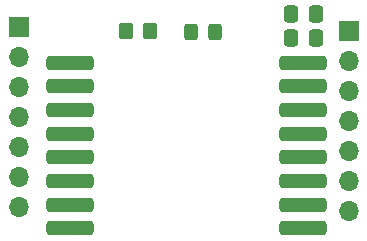
<source format=gbr>
%TF.GenerationSoftware,KiCad,Pcbnew,6.0.5-a6ca702e91~116~ubuntu20.04.1*%
%TF.CreationDate,2022-05-08T08:16:30-05:00*%
%TF.ProjectId,RFM69HW_Shield_v001,52464d36-3948-4575-9f53-6869656c645f,rev?*%
%TF.SameCoordinates,Original*%
%TF.FileFunction,Soldermask,Top*%
%TF.FilePolarity,Negative*%
%FSLAX46Y46*%
G04 Gerber Fmt 4.6, Leading zero omitted, Abs format (unit mm)*
G04 Created by KiCad (PCBNEW 6.0.5-a6ca702e91~116~ubuntu20.04.1) date 2022-05-08 08:16:30*
%MOMM*%
%LPD*%
G01*
G04 APERTURE LIST*
G04 Aperture macros list*
%AMRoundRect*
0 Rectangle with rounded corners*
0 $1 Rounding radius*
0 $2 $3 $4 $5 $6 $7 $8 $9 X,Y pos of 4 corners*
0 Add a 4 corners polygon primitive as box body*
4,1,4,$2,$3,$4,$5,$6,$7,$8,$9,$2,$3,0*
0 Add four circle primitives for the rounded corners*
1,1,$1+$1,$2,$3*
1,1,$1+$1,$4,$5*
1,1,$1+$1,$6,$7*
1,1,$1+$1,$8,$9*
0 Add four rect primitives between the rounded corners*
20,1,$1+$1,$2,$3,$4,$5,0*
20,1,$1+$1,$4,$5,$6,$7,0*
20,1,$1+$1,$6,$7,$8,$9,0*
20,1,$1+$1,$8,$9,$2,$3,0*%
G04 Aperture macros list end*
%ADD10RoundRect,0.250000X-0.337500X-0.475000X0.337500X-0.475000X0.337500X0.475000X-0.337500X0.475000X0*%
%ADD11R,1.700000X1.700000*%
%ADD12O,1.700000X1.700000*%
%ADD13RoundRect,0.300000X1.700000X-0.300000X1.700000X0.300000X-1.700000X0.300000X-1.700000X-0.300000X0*%
%ADD14RoundRect,0.250000X-0.350000X-0.450000X0.350000X-0.450000X0.350000X0.450000X-0.350000X0.450000X0*%
%ADD15RoundRect,0.250000X0.325000X0.450000X-0.325000X0.450000X-0.325000X-0.450000X0.325000X-0.450000X0*%
G04 APERTURE END LIST*
D10*
%TO.C,C1*%
X162762500Y-79200000D03*
X164837500Y-79200000D03*
%TD*%
%TO.C,C2*%
X162762500Y-77200000D03*
X164837500Y-77200000D03*
%TD*%
D11*
%TO.C,J1*%
X139700000Y-78300000D03*
D12*
X139700000Y-80840000D03*
X139700000Y-83380000D03*
X139700000Y-85920000D03*
X139700000Y-88460000D03*
X139700000Y-91000000D03*
X139700000Y-93540000D03*
%TD*%
D11*
%TO.C,J2*%
X167640000Y-78600000D03*
D12*
X167640000Y-81140000D03*
X167640000Y-83680000D03*
X167640000Y-86220000D03*
X167640000Y-88760000D03*
X167640000Y-91300000D03*
X167640000Y-93840000D03*
%TD*%
D13*
%TO.C,U1*%
X163750000Y-95300000D03*
X163750000Y-93300000D03*
X163750000Y-91300000D03*
X163750000Y-89300000D03*
X163750000Y-87300000D03*
X163750000Y-85300000D03*
X163750000Y-83300000D03*
X163750000Y-81300000D03*
X144050000Y-81300000D03*
X144050000Y-83300000D03*
X144050000Y-85300000D03*
X144050000Y-87300000D03*
X144050000Y-89300000D03*
X144050000Y-91300000D03*
X144050000Y-93300000D03*
X144050000Y-95300000D03*
%TD*%
D14*
%TO.C,R1*%
X148800000Y-78600000D03*
X150800000Y-78600000D03*
%TD*%
D15*
%TO.C,D1*%
X156325000Y-78700000D03*
X154275000Y-78700000D03*
%TD*%
M02*

</source>
